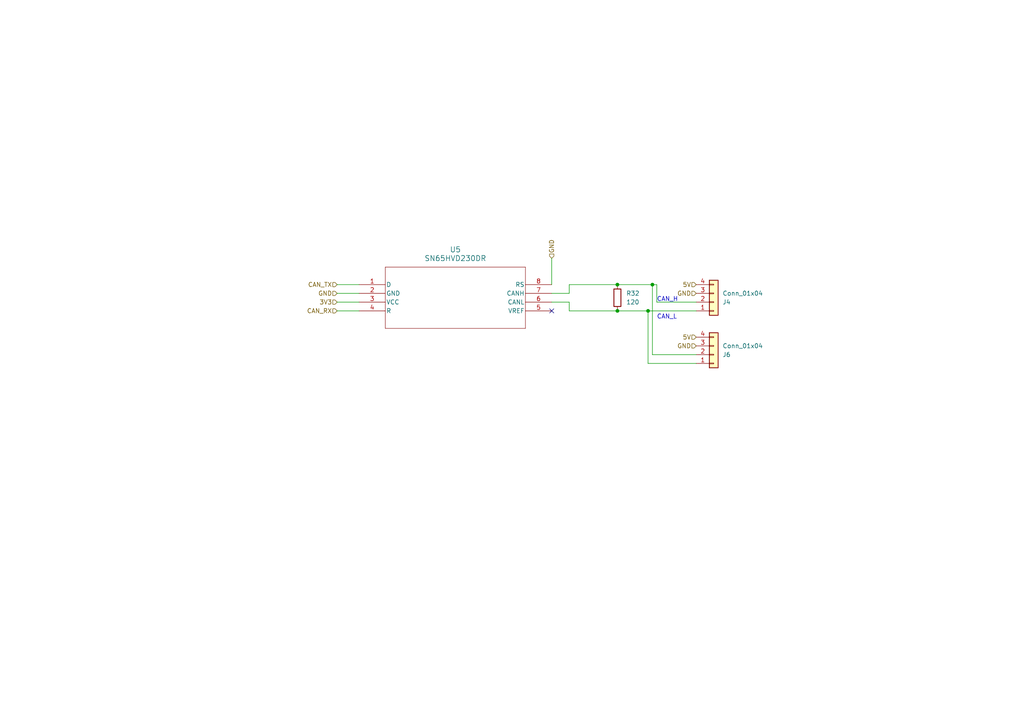
<source format=kicad_sch>
(kicad_sch (version 20230121) (generator eeschema)
  (paper "A4")
  (lib_symbols
    (symbol "Connector_Generic:Conn_01x04" (pin_names (offset 1.016) hide)
      (property "Reference" "J" (at 0 5.08 0))
      (property "Value" "Conn_01x04" (at 0 -7.62 0))
      (symbol "Conn_01x04_1_1"
        (rectangle (start -1.27 -4.953) (end 0 -5.207) (stroke (width 0.1524)))
        (rectangle (start -1.27 -2.413) (end 0 -2.667) (stroke (width 0.1524)))
        (rectangle (start -1.27 0.127) (end 0 -0.127) (stroke (width 0.1524)))
        (rectangle (start -1.27 2.667) (end 0 2.413) (stroke (width 0.1524)))
        (rectangle (start -1.27 3.81) (end 1.27 -6.35) (stroke (width 0.254)) (fill (type background)))
        (pin passive line (at -5.08 2.54 0) (length 3.81) (name "Pin_1") (number "1"))
        (pin passive line (at -5.08 0 0) (length 3.81) (name "Pin_2") (number "2"))
        (pin passive line (at -5.08 -2.54 0) (length 3.81) (name "Pin_3") (number "3"))
        (pin passive line (at -5.08 -5.08 0) (length 3.81) (name "Pin_4") (number "4"))
      )
    )
    (symbol "Device:R" (pin_numbers hide) (pin_names (offset 0))
      (property "Reference" "R" (at 2.032 0 90))
      (property "Value" "R" (at 0 0 90))
      (symbol "R_0_1"
        (rectangle (start -1.016 -2.54) (end 1.016 2.54) (stroke (width 0.254)))
      )
      (symbol "R_1_1"
        (pin passive line (at 0 3.81 270) (length 1.27) (name "~") (number "1"))
        (pin passive line (at 0 -3.81 90) (length 1.27) (name "~") (number "2"))
      )
    )
    (symbol "SN65HVD230DR:SN65HVD230DR" (pin_names (offset 0.254))
      (property "Reference" "U" (at 27.94 10.16 0))
      (property "Value" "SN65HVD230DR" (at 27.94 7.62 0))
      (symbol "SN65HVD230DR_0_1"
        (polyline (pts (xy 7.62 -12.7) (xy 48.26 -12.7)) (stroke (width 0.127)))
        (polyline (pts (xy 7.62 5.08) (xy 7.62 -12.7)) (stroke (width 0.127)))
        (polyline (pts (xy 48.26 -12.7) (xy 48.26 5.08)) (stroke (width 0.127)))
        (polyline (pts (xy 48.26 5.08) (xy 7.62 5.08)) (stroke (width 0.127)))
        (pin input line (at 0 0 0) (length 7.62) (name "D") (number "1"))
        (pin power_in line (at 0 -2.54 0) (length 7.62) (name "GND") (number "2"))
        (pin power_in line (at 0 -5.08 0) (length 7.62) (name "VCC") (number "3"))
        (pin input line (at 0 -7.62 0) (length 7.62) (name "R") (number "4"))
        (pin power_in line (at 55.88 -7.62 180) (length 7.62) (name "VREF") (number "5"))
        (pin output line (at 55.88 -5.08 180) (length 7.62) (name "CANL") (number "6"))
        (pin output line (at 55.88 -2.54 180) (length 7.62) (name "CANH") (number "7"))
        (pin input line (at 55.88 0 180) (length 7.62) (name "RS") (number "8"))
      )
    )
  )
  (junction (at 179.07 90.17))
  (junction (at 179.07 82.55))
  (junction (at 189.23 82.55))
  (junction (at 187.96 90.17))
  (no_connect (at 160.02 90.17))
  (wire (pts (xy 160.02 74.93) (xy 160.02 82.55)))
  (wire (pts (xy 179.07 82.55) (xy 189.23 82.55)))
  (wire (pts (xy 165.1 85.09) (xy 165.1 82.55)))
  (wire (pts (xy 97.79 90.17) (xy 104.14 90.17)))
  (wire (pts (xy 201.93 87.63) (xy 190.5 87.63)))
  (wire (pts (xy 201.93 105.41) (xy 187.96 105.41)))
  (wire (pts (xy 201.93 102.87) (xy 189.23 102.87)))
  (wire (pts (xy 165.1 90.17) (xy 165.1 87.63)))
  (wire (pts (xy 165.1 82.55) (xy 179.07 82.55)))
  (wire (pts (xy 190.5 82.55) (xy 190.5 87.63)))
  (wire (pts (xy 97.79 85.09) (xy 104.14 85.09)))
  (wire (pts (xy 179.07 90.17) (xy 165.1 90.17)))
  (wire (pts (xy 179.07 90.17) (xy 187.96 90.17)))
  (wire (pts (xy 97.79 82.55) (xy 104.14 82.55)))
  (wire (pts (xy 187.96 90.17) (xy 201.93 90.17)))
  (wire (pts (xy 97.79 87.63) (xy 104.14 87.63)))
  (wire (pts (xy 160.02 85.09) (xy 165.1 85.09)))
  (wire (pts (xy 160.02 87.63) (xy 165.1 87.63)))
  (wire (pts (xy 189.23 82.55) (xy 190.5 82.55)))
  (wire (pts (xy 187.96 105.41) (xy 187.96 90.17)))
  (wire (pts (xy 189.23 102.87) (xy 189.23 82.55)))
  (text "CAN_H\n" (at 190.5 87.63 0) (effects (font (size 1.27 1.27)) (justify left bottom)))
  (text "CAN_L" (at 190.5 92.71 0) (effects (font (size 1.27 1.27)) (justify left bottom)))
  (hierarchical_label "GND" (shape input) (at 201.93 100.33 180))
  (hierarchical_label "GND" (shape input) (at 97.79 85.09 180))
  (hierarchical_label "GND" (shape input) (at 160.02 74.93 90))
  (hierarchical_label "5V" (shape input) (at 201.93 82.55 180))
  (hierarchical_label "CAN_TX" (shape input) (at 97.79 82.55 180))
  (hierarchical_label "CAN_RX" (shape input) (at 97.79 90.17 180))
  (hierarchical_label "5V" (shape input) (at 201.93 97.79 180))
  (hierarchical_label "3V3" (shape input) (at 97.79 87.63 180))
  (hierarchical_label "GND" (shape input) (at 201.93 85.09 180))
  (symbol (lib_id "Connector_Generic:Conn_01x04") (at 207.01 102.87 0) (mirror x) (unit 1)
    (property "Reference" "J6" (at 209.55 102.87 0) (effects (justify left)))
    (property "Value" "Conn_01x04" (at 209.55 100.33 0) (effects (justify left)))
    (property "Footprint" "Connector_JST:JST_GH_SM04B-GHS-TB_1x04-1MP_P1.25mm_Horizontal" (effects hide))
  )
  (symbol (lib_id "SN65HVD230DR:SN65HVD230DR") (at 104.14 82.55 0) (unit 1)
    (property "Reference" "U5" (at 132.08 72.39 0) (effects (font (size 1.524 1.524))))
    (property "Value" "SN65HVD230DR" (at 132.08 74.93 0) (effects (font (size 1.524 1.524))))
    (property "Footprint" "SN65HVD230DR:SOIC127P599X175-8N" (effects hide))
    (property "Datasheet" "SN65HVD230DR" (effects hide))
    (instances (project "ROSE-PILK_v1" (path "" (reference "U5") (unit 1)) (path "" (reference "U7") (unit 1))))
  )
  (symbol (lib_id "Connector_Generic:Conn_01x04") (at 207.01 87.63 0) (mirror x) (unit 1)
    (property "Reference" "J4" (at 209.55 87.63 0) (effects (justify left)))
    (property "Value" "Conn_01x04" (at 209.55 85.09 0) (effects (justify left)))
    (property "Footprint" "Connector_JST:JST_GH_SM04B-GHS-TB_1x04-1MP_P1.25mm_Horizontal" (effects hide))
  )
  (symbol (lib_id "Device:R") (at 179.07 86.36 0) (unit 1)
    (property "Reference" "R32" (at 181.61 85.09 0) (effects (justify left)))
    (property "Value" "120" (at 181.61 87.63 0) (effects (justify left)))
    (property "Footprint" "Resistor_THT:R_Axial_DIN0207_L6.3mm_D2.5mm_P10.16mm_Horizontal" (effects hide))
    (instances (project "ROSE-PILK_v1" (path "" (reference "R32") (unit 1)) (path "" (reference "R33") (unit 1))))
  )
)
</source>
